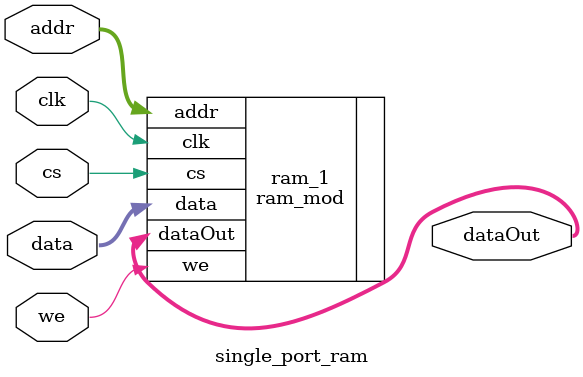
<source format=v>
module single_port_ram # (  
        parameter ADDRWIDTH = 4,
        parameter DATAWIDTH = 8 ,
        parameter SIZE = 16 
    )
    (      
        input clk ,
        input [ADDRWIDTH-1:0] addr ,
        input [DATAWIDTH-1:0] data ,
        input cs ,
        input we ,
        output [DATAWIDTH-1:0] dataOut
    );

	
ram_mod # (ADDRWIDTH,DATAWIDTH,SIZE) ram_1 (
    .clk(clk) ,
    .addr(addr) ,
    .data(data) ,
    .cs(cs) ,
    .we(we) ,
    .dataOut(dataOut)
    
);

endmodule

</source>
